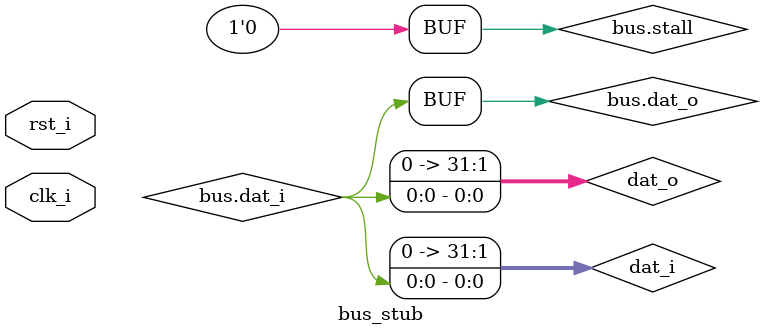
<source format=sv>
`include "../wb.vh"

module bus_stub
  (input       clk_i,
   input       rst_i,
   if_wb.slave bus);

  logic [31:0] dat_i, dat_o;
  
`ifdef NO_MODPORT_EXPRESSIONS
  assign dat_i = bus.dat_m;
  assign bus.dat_s = dat_o;
`else
  assign dat_i = bus.dat_i;
  assign bus.dat_o = dat_o;
`endif

  assign bus.stall = 1'h0;
  assign dat_o = dat_i;
  
endmodule // bus_stub

</source>
